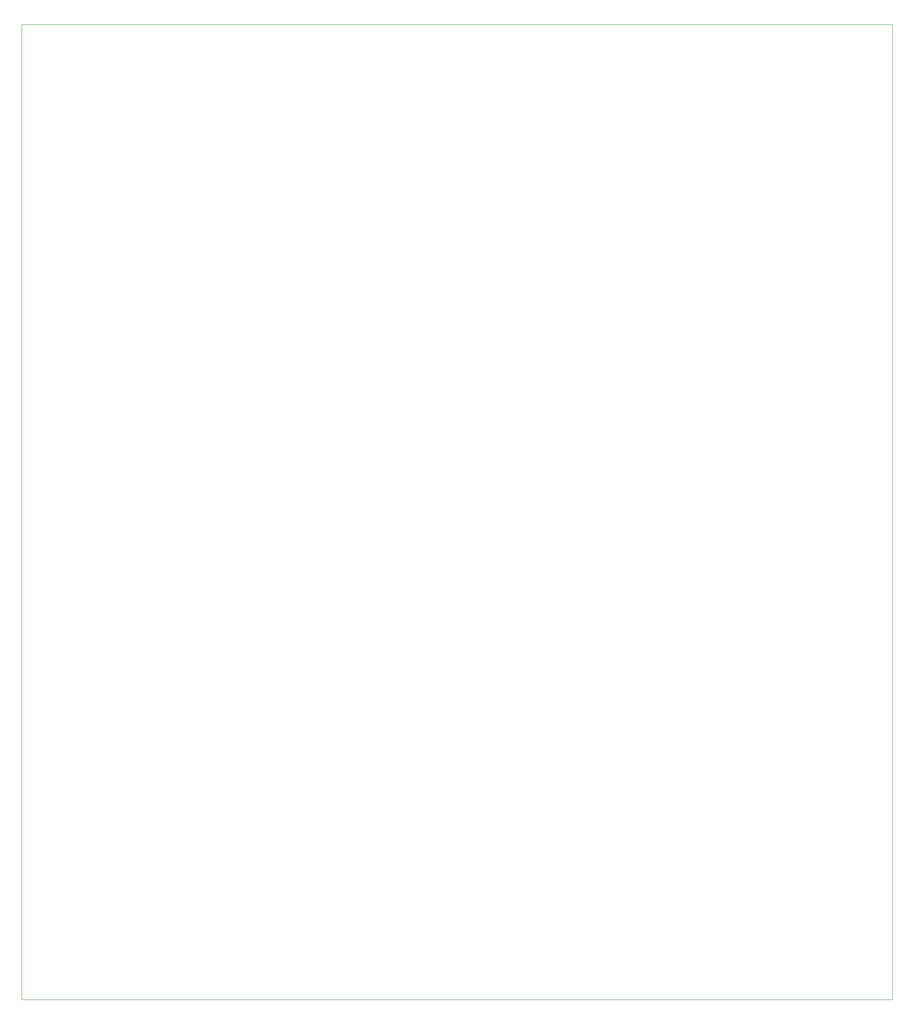
<source format=gbr>
%TF.GenerationSoftware,Altium Limited,Altium Designer,22.5.1 (42)*%
G04 Layer_Color=0*
%FSLAX43Y43*%
%MOMM*%
%TF.SameCoordinates,1CDD9A58-554C-4E31-8E55-BAED9532D10C*%
%TF.FilePolarity,Positive*%
%TF.FileFunction,Profile,NP*%
%TF.Part,CustomerPanel*%
G01*
G75*
%TA.AperFunction,Profile*%
%ADD122C,0.025*%
D122*
X-0Y0D02*
Y206000D01*
X184000Y206000D01*
X184000Y0D01*
X-0D01*
%TF.MD5,9d8db8e02f32a5c0ac8ae789c847e520*%
M02*

</source>
